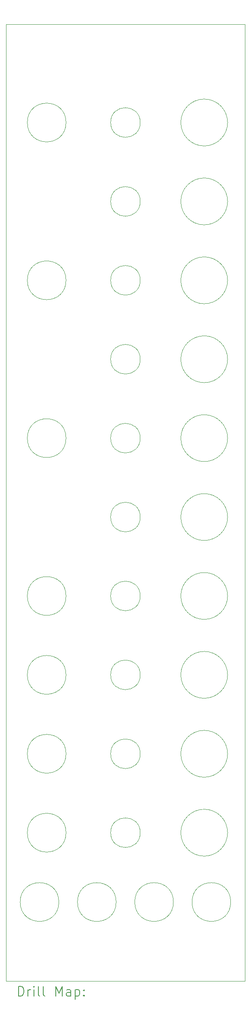
<source format=gbr>
%TF.GenerationSoftware,KiCad,Pcbnew,8.0.3*%
%TF.CreationDate,2024-06-29T00:19:13+02:00*%
%TF.ProjectId,DMH_Adapter_Mult_PANEL,444d485f-4164-4617-9074-65725f4d756c,1*%
%TF.SameCoordinates,Original*%
%TF.FileFunction,Drillmap*%
%TF.FilePolarity,Positive*%
%FSLAX45Y45*%
G04 Gerber Fmt 4.5, Leading zero omitted, Abs format (unit mm)*
G04 Created by KiCad (PCBNEW 8.0.3) date 2024-06-29 00:19:13*
%MOMM*%
%LPD*%
G01*
G04 APERTURE LIST*
%ADD10C,0.050000*%
%ADD11C,0.200000*%
G04 APERTURE END LIST*
D10*
X7800000Y-4850000D02*
X12800000Y-4850000D01*
X12800000Y-24850000D01*
X7800000Y-24850000D01*
X7800000Y-4850000D01*
X12440000Y-20100000D02*
G75*
G02*
X11460000Y-20100000I-490000J0D01*
G01*
X11460000Y-20100000D02*
G75*
G02*
X12440000Y-20100000I490000J0D01*
G01*
X9055000Y-18450000D02*
G75*
G02*
X8245000Y-18450000I-405000J0D01*
G01*
X8245000Y-18450000D02*
G75*
G02*
X9055000Y-18450000I405000J0D01*
G01*
X10610000Y-6900000D02*
G75*
G02*
X9990000Y-6900000I-310000J0D01*
G01*
X9990000Y-6900000D02*
G75*
G02*
X10610000Y-6900000I310000J0D01*
G01*
X8905000Y-23200000D02*
G75*
G02*
X8095000Y-23200000I-405000J0D01*
G01*
X8095000Y-23200000D02*
G75*
G02*
X8905000Y-23200000I405000J0D01*
G01*
X10105000Y-23200000D02*
G75*
G02*
X9295000Y-23200000I-405000J0D01*
G01*
X9295000Y-23200000D02*
G75*
G02*
X10105000Y-23200000I405000J0D01*
G01*
X10610000Y-11850000D02*
G75*
G02*
X9990000Y-11850000I-310000J0D01*
G01*
X9990000Y-11850000D02*
G75*
G02*
X10610000Y-11850000I310000J0D01*
G01*
X10610000Y-15150000D02*
G75*
G02*
X9990000Y-15150000I-310000J0D01*
G01*
X9990000Y-15150000D02*
G75*
G02*
X10610000Y-15150000I310000J0D01*
G01*
X10610000Y-18450000D02*
G75*
G02*
X9990000Y-18450000I-310000J0D01*
G01*
X9990000Y-18450000D02*
G75*
G02*
X10610000Y-18450000I310000J0D01*
G01*
X9055000Y-13500000D02*
G75*
G02*
X8245000Y-13500000I-405000J0D01*
G01*
X8245000Y-13500000D02*
G75*
G02*
X9055000Y-13500000I405000J0D01*
G01*
X12440000Y-13500000D02*
G75*
G02*
X11460000Y-13500000I-490000J0D01*
G01*
X11460000Y-13500000D02*
G75*
G02*
X12440000Y-13500000I490000J0D01*
G01*
X12505000Y-23200000D02*
G75*
G02*
X11695000Y-23200000I-405000J0D01*
G01*
X11695000Y-23200000D02*
G75*
G02*
X12505000Y-23200000I405000J0D01*
G01*
X12440000Y-6900000D02*
G75*
G02*
X11460000Y-6900000I-490000J0D01*
G01*
X11460000Y-6900000D02*
G75*
G02*
X12440000Y-6900000I490000J0D01*
G01*
X12440000Y-8550000D02*
G75*
G02*
X11460000Y-8550000I-490000J0D01*
G01*
X11460000Y-8550000D02*
G75*
G02*
X12440000Y-8550000I490000J0D01*
G01*
X12440000Y-10200000D02*
G75*
G02*
X11460000Y-10200000I-490000J0D01*
G01*
X11460000Y-10200000D02*
G75*
G02*
X12440000Y-10200000I490000J0D01*
G01*
X12440000Y-18450000D02*
G75*
G02*
X11460000Y-18450000I-490000J0D01*
G01*
X11460000Y-18450000D02*
G75*
G02*
X12440000Y-18450000I490000J0D01*
G01*
X10610000Y-13500000D02*
G75*
G02*
X9990000Y-13500000I-310000J0D01*
G01*
X9990000Y-13500000D02*
G75*
G02*
X10610000Y-13500000I310000J0D01*
G01*
X11305000Y-23200000D02*
G75*
G02*
X10495000Y-23200000I-405000J0D01*
G01*
X10495000Y-23200000D02*
G75*
G02*
X11305000Y-23200000I405000J0D01*
G01*
X12440000Y-16800000D02*
G75*
G02*
X11460000Y-16800000I-490000J0D01*
G01*
X11460000Y-16800000D02*
G75*
G02*
X12440000Y-16800000I490000J0D01*
G01*
X9055000Y-10200000D02*
G75*
G02*
X8245000Y-10200000I-405000J0D01*
G01*
X8245000Y-10200000D02*
G75*
G02*
X9055000Y-10200000I405000J0D01*
G01*
X9055000Y-20100000D02*
G75*
G02*
X8245000Y-20100000I-405000J0D01*
G01*
X8245000Y-20100000D02*
G75*
G02*
X9055000Y-20100000I405000J0D01*
G01*
X12440000Y-21750000D02*
G75*
G02*
X11460000Y-21750000I-490000J0D01*
G01*
X11460000Y-21750000D02*
G75*
G02*
X12440000Y-21750000I490000J0D01*
G01*
X9055000Y-6900000D02*
G75*
G02*
X8245000Y-6900000I-405000J0D01*
G01*
X8245000Y-6900000D02*
G75*
G02*
X9055000Y-6900000I405000J0D01*
G01*
X10610000Y-21750000D02*
G75*
G02*
X9990000Y-21750000I-310000J0D01*
G01*
X9990000Y-21750000D02*
G75*
G02*
X10610000Y-21750000I310000J0D01*
G01*
X10610000Y-20100000D02*
G75*
G02*
X9990000Y-20100000I-310000J0D01*
G01*
X9990000Y-20100000D02*
G75*
G02*
X10610000Y-20100000I310000J0D01*
G01*
X12440000Y-11850000D02*
G75*
G02*
X11460000Y-11850000I-490000J0D01*
G01*
X11460000Y-11850000D02*
G75*
G02*
X12440000Y-11850000I490000J0D01*
G01*
X12440000Y-15150000D02*
G75*
G02*
X11460000Y-15150000I-490000J0D01*
G01*
X11460000Y-15150000D02*
G75*
G02*
X12440000Y-15150000I490000J0D01*
G01*
X10610000Y-16800000D02*
G75*
G02*
X9990000Y-16800000I-310000J0D01*
G01*
X9990000Y-16800000D02*
G75*
G02*
X10610000Y-16800000I310000J0D01*
G01*
X9055000Y-16800000D02*
G75*
G02*
X8245000Y-16800000I-405000J0D01*
G01*
X8245000Y-16800000D02*
G75*
G02*
X9055000Y-16800000I405000J0D01*
G01*
X9055000Y-21750000D02*
G75*
G02*
X8245000Y-21750000I-405000J0D01*
G01*
X8245000Y-21750000D02*
G75*
G02*
X9055000Y-21750000I405000J0D01*
G01*
X10610000Y-8550000D02*
G75*
G02*
X9990000Y-8550000I-310000J0D01*
G01*
X9990000Y-8550000D02*
G75*
G02*
X10610000Y-8550000I310000J0D01*
G01*
X10610000Y-10200000D02*
G75*
G02*
X9990000Y-10200000I-310000J0D01*
G01*
X9990000Y-10200000D02*
G75*
G02*
X10610000Y-10200000I310000J0D01*
G01*
D11*
X8058277Y-25163984D02*
X8058277Y-24963984D01*
X8058277Y-24963984D02*
X8105896Y-24963984D01*
X8105896Y-24963984D02*
X8134467Y-24973508D01*
X8134467Y-24973508D02*
X8153515Y-24992555D01*
X8153515Y-24992555D02*
X8163039Y-25011603D01*
X8163039Y-25011603D02*
X8172562Y-25049698D01*
X8172562Y-25049698D02*
X8172562Y-25078269D01*
X8172562Y-25078269D02*
X8163039Y-25116365D01*
X8163039Y-25116365D02*
X8153515Y-25135412D01*
X8153515Y-25135412D02*
X8134467Y-25154460D01*
X8134467Y-25154460D02*
X8105896Y-25163984D01*
X8105896Y-25163984D02*
X8058277Y-25163984D01*
X8258277Y-25163984D02*
X8258277Y-25030650D01*
X8258277Y-25068746D02*
X8267801Y-25049698D01*
X8267801Y-25049698D02*
X8277324Y-25040174D01*
X8277324Y-25040174D02*
X8296372Y-25030650D01*
X8296372Y-25030650D02*
X8315420Y-25030650D01*
X8382086Y-25163984D02*
X8382086Y-25030650D01*
X8382086Y-24963984D02*
X8372562Y-24973508D01*
X8372562Y-24973508D02*
X8382086Y-24983031D01*
X8382086Y-24983031D02*
X8391610Y-24973508D01*
X8391610Y-24973508D02*
X8382086Y-24963984D01*
X8382086Y-24963984D02*
X8382086Y-24983031D01*
X8505896Y-25163984D02*
X8486848Y-25154460D01*
X8486848Y-25154460D02*
X8477324Y-25135412D01*
X8477324Y-25135412D02*
X8477324Y-24963984D01*
X8610658Y-25163984D02*
X8591610Y-25154460D01*
X8591610Y-25154460D02*
X8582086Y-25135412D01*
X8582086Y-25135412D02*
X8582086Y-24963984D01*
X8839229Y-25163984D02*
X8839229Y-24963984D01*
X8839229Y-24963984D02*
X8905896Y-25106841D01*
X8905896Y-25106841D02*
X8972563Y-24963984D01*
X8972563Y-24963984D02*
X8972563Y-25163984D01*
X9153515Y-25163984D02*
X9153515Y-25059222D01*
X9153515Y-25059222D02*
X9143991Y-25040174D01*
X9143991Y-25040174D02*
X9124944Y-25030650D01*
X9124944Y-25030650D02*
X9086848Y-25030650D01*
X9086848Y-25030650D02*
X9067801Y-25040174D01*
X9153515Y-25154460D02*
X9134467Y-25163984D01*
X9134467Y-25163984D02*
X9086848Y-25163984D01*
X9086848Y-25163984D02*
X9067801Y-25154460D01*
X9067801Y-25154460D02*
X9058277Y-25135412D01*
X9058277Y-25135412D02*
X9058277Y-25116365D01*
X9058277Y-25116365D02*
X9067801Y-25097317D01*
X9067801Y-25097317D02*
X9086848Y-25087793D01*
X9086848Y-25087793D02*
X9134467Y-25087793D01*
X9134467Y-25087793D02*
X9153515Y-25078269D01*
X9248753Y-25030650D02*
X9248753Y-25230650D01*
X9248753Y-25040174D02*
X9267801Y-25030650D01*
X9267801Y-25030650D02*
X9305896Y-25030650D01*
X9305896Y-25030650D02*
X9324944Y-25040174D01*
X9324944Y-25040174D02*
X9334467Y-25049698D01*
X9334467Y-25049698D02*
X9343991Y-25068746D01*
X9343991Y-25068746D02*
X9343991Y-25125888D01*
X9343991Y-25125888D02*
X9334467Y-25144936D01*
X9334467Y-25144936D02*
X9324944Y-25154460D01*
X9324944Y-25154460D02*
X9305896Y-25163984D01*
X9305896Y-25163984D02*
X9267801Y-25163984D01*
X9267801Y-25163984D02*
X9248753Y-25154460D01*
X9429705Y-25144936D02*
X9439229Y-25154460D01*
X9439229Y-25154460D02*
X9429705Y-25163984D01*
X9429705Y-25163984D02*
X9420182Y-25154460D01*
X9420182Y-25154460D02*
X9429705Y-25144936D01*
X9429705Y-25144936D02*
X9429705Y-25163984D01*
X9429705Y-25040174D02*
X9439229Y-25049698D01*
X9439229Y-25049698D02*
X9429705Y-25059222D01*
X9429705Y-25059222D02*
X9420182Y-25049698D01*
X9420182Y-25049698D02*
X9429705Y-25040174D01*
X9429705Y-25040174D02*
X9429705Y-25059222D01*
M02*

</source>
